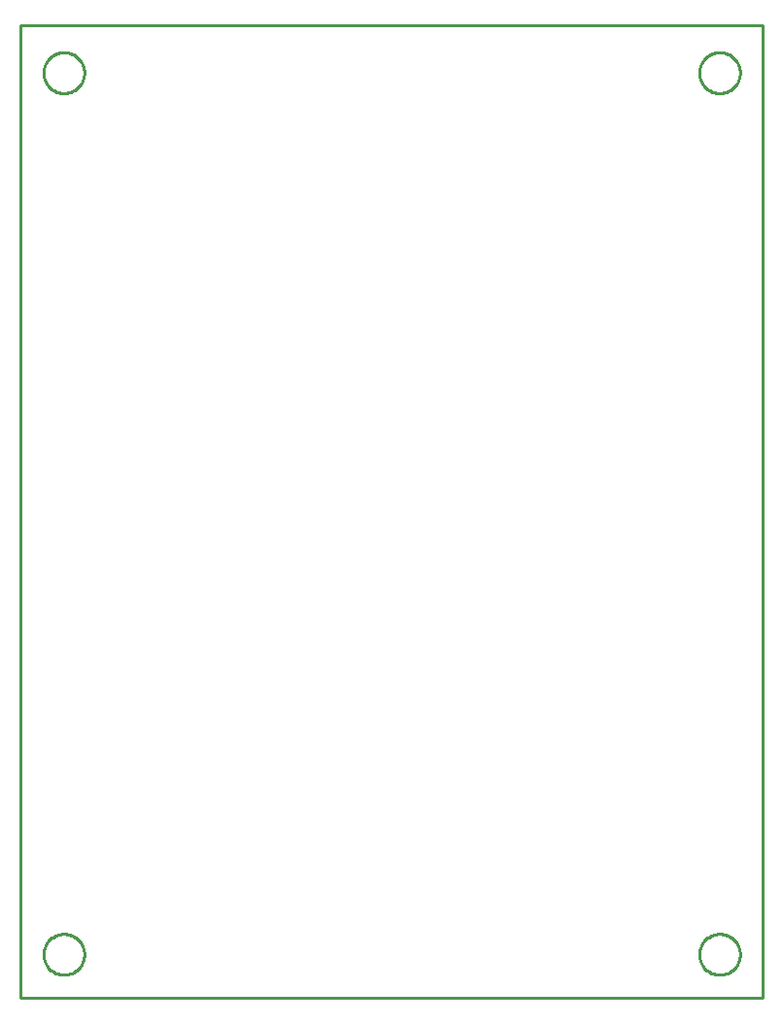
<source format=gbr>
G04 EAGLE Gerber RS-274X export*
G75*
%MOMM*%
%FSLAX34Y34*%
%LPD*%
%IN*%
%IPPOS*%
%AMOC8*
5,1,8,0,0,1.08239X$1,22.5*%
G01*
%ADD10C,0.254000*%


D10*
X0Y0D02*
X647500Y0D01*
X647500Y847600D01*
X0Y847600D01*
X0Y0D01*
X55880Y805868D02*
X55804Y804706D01*
X55652Y803552D01*
X55425Y802410D01*
X55124Y801286D01*
X54749Y800184D01*
X54304Y799108D01*
X53789Y798064D01*
X53207Y797056D01*
X52560Y796088D01*
X51852Y795164D01*
X51084Y794289D01*
X50261Y793466D01*
X49386Y792699D01*
X48462Y791990D01*
X47494Y791343D01*
X46486Y790761D01*
X45442Y790246D01*
X44366Y789801D01*
X43264Y789427D01*
X42140Y789125D01*
X40998Y788898D01*
X39844Y788746D01*
X38682Y788670D01*
X37518Y788670D01*
X36356Y788746D01*
X35202Y788898D01*
X34060Y789125D01*
X32936Y789427D01*
X31834Y789801D01*
X30758Y790246D01*
X29714Y790761D01*
X28706Y791343D01*
X27738Y791990D01*
X26814Y792699D01*
X25939Y793466D01*
X25116Y794289D01*
X24349Y795164D01*
X23640Y796088D01*
X22993Y797056D01*
X22411Y798064D01*
X21896Y799108D01*
X21451Y800184D01*
X21077Y801286D01*
X20775Y802410D01*
X20548Y803552D01*
X20396Y804706D01*
X20320Y805868D01*
X20320Y807032D01*
X20396Y808194D01*
X20548Y809348D01*
X20775Y810490D01*
X21077Y811614D01*
X21451Y812716D01*
X21896Y813792D01*
X22411Y814836D01*
X22993Y815844D01*
X23640Y816812D01*
X24349Y817736D01*
X25116Y818611D01*
X25939Y819434D01*
X26814Y820202D01*
X27738Y820910D01*
X28706Y821557D01*
X29714Y822139D01*
X30758Y822654D01*
X31834Y823099D01*
X32936Y823474D01*
X34060Y823775D01*
X35202Y824002D01*
X36356Y824154D01*
X37518Y824230D01*
X38682Y824230D01*
X39844Y824154D01*
X40998Y824002D01*
X42140Y823775D01*
X43264Y823474D01*
X44366Y823099D01*
X45442Y822654D01*
X46486Y822139D01*
X47494Y821557D01*
X48462Y820910D01*
X49386Y820202D01*
X50261Y819434D01*
X51084Y818611D01*
X51852Y817736D01*
X52560Y816812D01*
X53207Y815844D01*
X53789Y814836D01*
X54304Y813792D01*
X54749Y812716D01*
X55124Y811614D01*
X55425Y810490D01*
X55652Y809348D01*
X55804Y808194D01*
X55880Y807032D01*
X55880Y805868D01*
X627380Y805868D02*
X627304Y804706D01*
X627152Y803552D01*
X626925Y802410D01*
X626624Y801286D01*
X626249Y800184D01*
X625804Y799108D01*
X625289Y798064D01*
X624707Y797056D01*
X624060Y796088D01*
X623352Y795164D01*
X622584Y794289D01*
X621761Y793466D01*
X620886Y792699D01*
X619962Y791990D01*
X618994Y791343D01*
X617986Y790761D01*
X616942Y790246D01*
X615866Y789801D01*
X614764Y789427D01*
X613640Y789125D01*
X612498Y788898D01*
X611344Y788746D01*
X610182Y788670D01*
X609018Y788670D01*
X607856Y788746D01*
X606702Y788898D01*
X605560Y789125D01*
X604436Y789427D01*
X603334Y789801D01*
X602258Y790246D01*
X601214Y790761D01*
X600206Y791343D01*
X599238Y791990D01*
X598314Y792699D01*
X597439Y793466D01*
X596616Y794289D01*
X595849Y795164D01*
X595140Y796088D01*
X594493Y797056D01*
X593911Y798064D01*
X593396Y799108D01*
X592951Y800184D01*
X592577Y801286D01*
X592275Y802410D01*
X592048Y803552D01*
X591896Y804706D01*
X591820Y805868D01*
X591820Y807032D01*
X591896Y808194D01*
X592048Y809348D01*
X592275Y810490D01*
X592577Y811614D01*
X592951Y812716D01*
X593396Y813792D01*
X593911Y814836D01*
X594493Y815844D01*
X595140Y816812D01*
X595849Y817736D01*
X596616Y818611D01*
X597439Y819434D01*
X598314Y820202D01*
X599238Y820910D01*
X600206Y821557D01*
X601214Y822139D01*
X602258Y822654D01*
X603334Y823099D01*
X604436Y823474D01*
X605560Y823775D01*
X606702Y824002D01*
X607856Y824154D01*
X609018Y824230D01*
X610182Y824230D01*
X611344Y824154D01*
X612498Y824002D01*
X613640Y823775D01*
X614764Y823474D01*
X615866Y823099D01*
X616942Y822654D01*
X617986Y822139D01*
X618994Y821557D01*
X619962Y820910D01*
X620886Y820202D01*
X621761Y819434D01*
X622584Y818611D01*
X623352Y817736D01*
X624060Y816812D01*
X624707Y815844D01*
X625289Y814836D01*
X625804Y813792D01*
X626249Y812716D01*
X626624Y811614D01*
X626925Y810490D01*
X627152Y809348D01*
X627304Y808194D01*
X627380Y807032D01*
X627380Y805868D01*
X627380Y37518D02*
X627304Y36356D01*
X627152Y35202D01*
X626925Y34060D01*
X626624Y32936D01*
X626249Y31834D01*
X625804Y30758D01*
X625289Y29714D01*
X624707Y28706D01*
X624060Y27738D01*
X623352Y26814D01*
X622584Y25939D01*
X621761Y25116D01*
X620886Y24349D01*
X619962Y23640D01*
X618994Y22993D01*
X617986Y22411D01*
X616942Y21896D01*
X615866Y21451D01*
X614764Y21077D01*
X613640Y20775D01*
X612498Y20548D01*
X611344Y20396D01*
X610182Y20320D01*
X609018Y20320D01*
X607856Y20396D01*
X606702Y20548D01*
X605560Y20775D01*
X604436Y21077D01*
X603334Y21451D01*
X602258Y21896D01*
X601214Y22411D01*
X600206Y22993D01*
X599238Y23640D01*
X598314Y24349D01*
X597439Y25116D01*
X596616Y25939D01*
X595849Y26814D01*
X595140Y27738D01*
X594493Y28706D01*
X593911Y29714D01*
X593396Y30758D01*
X592951Y31834D01*
X592577Y32936D01*
X592275Y34060D01*
X592048Y35202D01*
X591896Y36356D01*
X591820Y37518D01*
X591820Y38682D01*
X591896Y39844D01*
X592048Y40998D01*
X592275Y42140D01*
X592577Y43264D01*
X592951Y44366D01*
X593396Y45442D01*
X593911Y46486D01*
X594493Y47494D01*
X595140Y48462D01*
X595849Y49386D01*
X596616Y50261D01*
X597439Y51084D01*
X598314Y51852D01*
X599238Y52560D01*
X600206Y53207D01*
X601214Y53789D01*
X602258Y54304D01*
X603334Y54749D01*
X604436Y55124D01*
X605560Y55425D01*
X606702Y55652D01*
X607856Y55804D01*
X609018Y55880D01*
X610182Y55880D01*
X611344Y55804D01*
X612498Y55652D01*
X613640Y55425D01*
X614764Y55124D01*
X615866Y54749D01*
X616942Y54304D01*
X617986Y53789D01*
X618994Y53207D01*
X619962Y52560D01*
X620886Y51852D01*
X621761Y51084D01*
X622584Y50261D01*
X623352Y49386D01*
X624060Y48462D01*
X624707Y47494D01*
X625289Y46486D01*
X625804Y45442D01*
X626249Y44366D01*
X626624Y43264D01*
X626925Y42140D01*
X627152Y40998D01*
X627304Y39844D01*
X627380Y38682D01*
X627380Y37518D01*
X55880Y37518D02*
X55804Y36356D01*
X55652Y35202D01*
X55425Y34060D01*
X55124Y32936D01*
X54749Y31834D01*
X54304Y30758D01*
X53789Y29714D01*
X53207Y28706D01*
X52560Y27738D01*
X51852Y26814D01*
X51084Y25939D01*
X50261Y25116D01*
X49386Y24349D01*
X48462Y23640D01*
X47494Y22993D01*
X46486Y22411D01*
X45442Y21896D01*
X44366Y21451D01*
X43264Y21077D01*
X42140Y20775D01*
X40998Y20548D01*
X39844Y20396D01*
X38682Y20320D01*
X37518Y20320D01*
X36356Y20396D01*
X35202Y20548D01*
X34060Y20775D01*
X32936Y21077D01*
X31834Y21451D01*
X30758Y21896D01*
X29714Y22411D01*
X28706Y22993D01*
X27738Y23640D01*
X26814Y24349D01*
X25939Y25116D01*
X25116Y25939D01*
X24349Y26814D01*
X23640Y27738D01*
X22993Y28706D01*
X22411Y29714D01*
X21896Y30758D01*
X21451Y31834D01*
X21077Y32936D01*
X20775Y34060D01*
X20548Y35202D01*
X20396Y36356D01*
X20320Y37518D01*
X20320Y38682D01*
X20396Y39844D01*
X20548Y40998D01*
X20775Y42140D01*
X21077Y43264D01*
X21451Y44366D01*
X21896Y45442D01*
X22411Y46486D01*
X22993Y47494D01*
X23640Y48462D01*
X24349Y49386D01*
X25116Y50261D01*
X25939Y51084D01*
X26814Y51852D01*
X27738Y52560D01*
X28706Y53207D01*
X29714Y53789D01*
X30758Y54304D01*
X31834Y54749D01*
X32936Y55124D01*
X34060Y55425D01*
X35202Y55652D01*
X36356Y55804D01*
X37518Y55880D01*
X38682Y55880D01*
X39844Y55804D01*
X40998Y55652D01*
X42140Y55425D01*
X43264Y55124D01*
X44366Y54749D01*
X45442Y54304D01*
X46486Y53789D01*
X47494Y53207D01*
X48462Y52560D01*
X49386Y51852D01*
X50261Y51084D01*
X51084Y50261D01*
X51852Y49386D01*
X52560Y48462D01*
X53207Y47494D01*
X53789Y46486D01*
X54304Y45442D01*
X54749Y44366D01*
X55124Y43264D01*
X55425Y42140D01*
X55652Y40998D01*
X55804Y39844D01*
X55880Y38682D01*
X55880Y37518D01*
M02*

</source>
